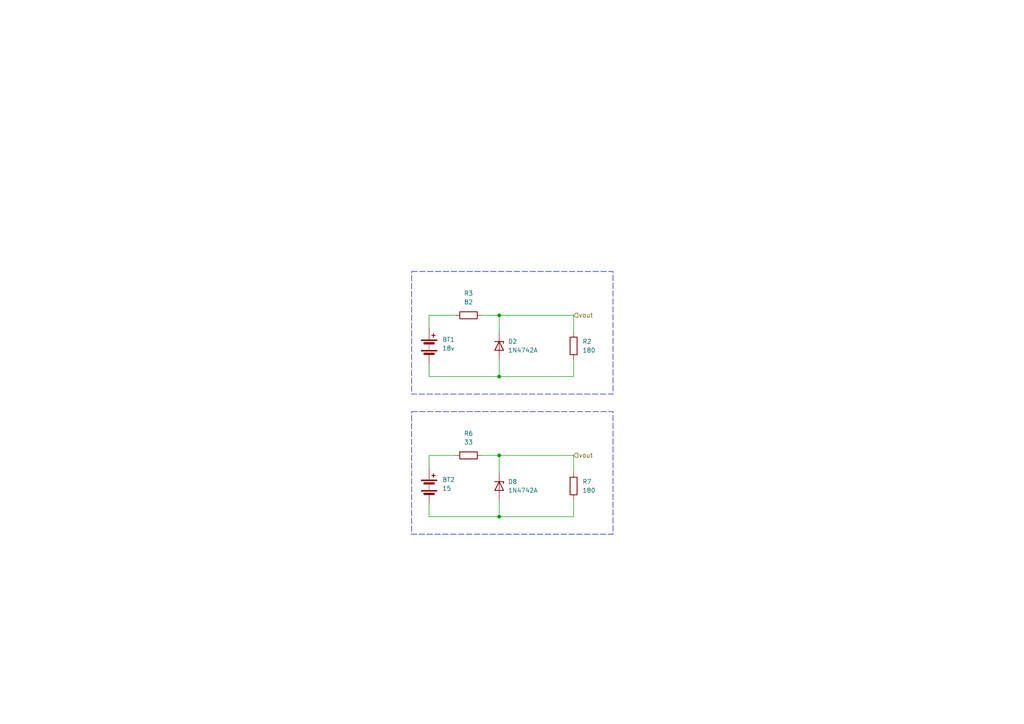
<source format=kicad_sch>
(kicad_sch (version 20230121) (generator eeschema)
  (paper "A4")
  (lib_symbols
    (symbol "Device:Battery" (pin_numbers hide) (pin_names (offset 0) hide)
      (property "Reference" "BT" (at 2.54 2.54 0))
      (property "Value" "Battery" (at 2.54 0 0))
      (symbol "Battery_0_1"
        (rectangle (start -2.286 -1.27) (end 2.286 -1.524) (fill (type outline)))
        (rectangle (start -2.286 1.778) (end 2.286 1.524) (fill (type outline)))
        (rectangle (start -1.524 -2.032) (end 1.524 -2.54) (fill (type outline)))
        (rectangle (start -1.524 1.016) (end 1.524 0.508) (fill (type outline)))
        (polyline (pts (xy 0 -1.016) (xy 0 -0.762)))
        (polyline (pts (xy 0 -0.508) (xy 0 -0.254)))
        (polyline (pts (xy 0 0) (xy 0 0.254)))
        (polyline (pts (xy 0 1.778) (xy 0 2.54)))
        (polyline (pts (xy 0.762 3.048) (xy 1.778 3.048)) (stroke (width 0.254)))
        (polyline (pts (xy 1.27 3.556) (xy 1.27 2.54)) (stroke (width 0.254)))
      )
      (symbol "Battery_1_1"
        (pin passive line (at 0 5.08 270) (length 2.54) (name "+") (number "1"))
        (pin passive line (at 0 -5.08 90) (length 2.54) (name "-") (number "2"))
      )
    )
    (symbol "Device:D_Zener" (pin_numbers hide) (pin_names (offset 1.016) hide)
      (property "Reference" "D" (at 0 2.54 0))
      (property "Value" "D_Zener" (at 0 -2.54 0))
      (symbol "D_Zener_0_1"
        (polyline (pts (xy 1.27 0) (xy -1.27 0)))
        (polyline (pts (xy -1.27 -1.27) (xy -1.27 1.27) (xy -0.762 1.27)) (stroke (width 0.254)))
        (polyline (pts (xy 1.27 -1.27) (xy 1.27 1.27) (xy -1.27 0) (xy 1.27 -1.27)) (stroke (width 0.254)))
      )
      (symbol "D_Zener_1_1"
        (pin passive line (at -3.81 0 0) (length 2.54) (name "K") (number "1"))
        (pin passive line (at 3.81 0 180) (length 2.54) (name "A") (number "2"))
      )
    )
    (symbol "Device:R" (pin_numbers hide) (pin_names (offset 0))
      (property "Reference" "R" (at 2.032 0 90))
      (property "Value" "R" (at 0 0 90))
      (symbol "R_0_1"
        (rectangle (start -1.016 -2.54) (end 1.016 2.54) (stroke (width 0.254)))
      )
      (symbol "R_1_1"
        (pin passive line (at 0 3.81 270) (length 1.27) (name "~") (number "1"))
        (pin passive line (at 0 -3.81 90) (length 1.27) (name "~") (number "2"))
      )
    )
  )
  (junction (at 144.78 91.44))
  (junction (at 144.78 149.86))
  (junction (at 144.78 109.22))
  (junction (at 144.78 132.08))
  (wire (pts (xy 124.46 149.86) (xy 124.46 146.05)))
  (wire (pts (xy 139.7 91.44) (xy 144.78 91.44)))
  (wire (pts (xy 124.46 95.25) (xy 124.46 91.44)))
  (wire (pts (xy 124.46 135.89) (xy 124.46 132.08)))
  (wire (pts (xy 144.78 132.08) (xy 166.37 132.08)))
  (wire (pts (xy 144.78 104.14) (xy 144.78 109.22)))
  (wire (pts (xy 166.37 132.08) (xy 166.37 137.16)))
  (wire (pts (xy 124.46 91.44) (xy 132.08 91.44)))
  (wire (pts (xy 166.37 104.14) (xy 166.37 109.22)))
  (wire (pts (xy 144.78 91.44) (xy 144.78 96.52)))
  (wire (pts (xy 166.37 144.78) (xy 166.37 149.86)))
  (wire (pts (xy 124.46 109.22) (xy 124.46 105.41)))
  (wire (pts (xy 144.78 149.86) (xy 166.37 149.86)))
  (wire (pts (xy 144.78 149.86) (xy 124.46 149.86)))
  (wire (pts (xy 139.7 132.08) (xy 144.78 132.08)))
  (wire (pts (xy 124.46 132.08) (xy 132.08 132.08)))
  (wire (pts (xy 144.78 109.22) (xy 166.37 109.22)))
  (wire (pts (xy 144.78 109.22) (xy 124.46 109.22)))
  (wire (pts (xy 166.37 91.44) (xy 166.37 96.52)))
  (wire (pts (xy 144.78 144.78) (xy 144.78 149.86)))
  (wire (pts (xy 144.78 91.44) (xy 166.37 91.44)))
  (wire (pts (xy 144.78 132.08) (xy 144.78 137.16)))
  (rectangle (start 119.38 78.74) (end 177.8 114.3) (stroke (width 0) (type dash)))
  (rectangle (start 119.38 119.38) (end 177.8 154.94) (stroke (width 0) (type dash)))
  (hierarchical_label "vout" (shape input) (at 166.37 132.08 0))
  (hierarchical_label "vout" (shape input) (at 166.37 91.44 0))
  (symbol (lib_id "Device:D_Zener") (at 144.78 140.97 270) (unit 1)
    (property "Reference" "D8" (at 147.32 139.7 90) (effects (justify left)))
    (property "Value" "1N4742A" (at 147.32 142.24 90) (effects (justify left)))
    (instances (project "Lab04" (path "" (reference "D8") (unit 1)) (path "" (reference "D5") (unit 1))))
  )
  (symbol (lib_id "Device:R") (at 135.89 132.08 90) (unit 1)
    (property "Reference" "R6" (at 135.89 125.73 90))
    (property "Value" "33" (at 135.89 128.27 90))
    (instances (project "Lab04" (path "" (reference "R6") (unit 1)) (path "" (reference "R4") (unit 1))))
  )
  (symbol (lib_id "Device:Battery") (at 124.46 140.97 0) (unit 1)
    (property "Reference" "BT2" (at 128.27 139.1285 0) (effects (justify left)))
    (property "Value" "15" (at 128.27 141.6685 0) (effects (justify left)))
  )
  (symbol (lib_id "Device:R") (at 166.37 140.97 0) (unit 1)
    (property "Reference" "R7" (at 168.91 139.7 0) (effects (justify left)))
    (property "Value" "180" (at 168.91 142.24 0) (effects (justify left)))
    (instances (project "Lab04" (path "" (reference "R7") (unit 1)) (path "" (reference "R5") (unit 1))))
  )
  (symbol (lib_id "Device:Battery") (at 124.46 100.33 0) (unit 1)
    (property "Reference" "BT1" (at 128.27 98.4885 0) (effects (justify left)))
    (property "Value" "18v" (at 128.27 101.0285 0) (effects (justify left)))
    (instances (project "Lab04" (path "" (reference "BT1") (unit 1)) (path "" (reference "BT2") (unit 1))))
  )
  (symbol (lib_id "Device:D_Zener") (at 144.78 100.33 270) (unit 1)
    (property "Reference" "D2" (at 147.32 99.06 90) (effects (justify left)))
    (property "Value" "1N4742A" (at 147.32 101.6 90) (effects (justify left)))
    (instances (project "Lab04" (path "" (reference "D2") (unit 1)) (path "" (reference "D5") (unit 1))))
  )
  (symbol (lib_id "Device:R") (at 166.37 100.33 0) (unit 1)
    (property "Reference" "R2" (at 168.91 99.06 0) (effects (justify left)))
    (property "Value" "180" (at 168.91 101.6 0) (effects (justify left)))
    (instances (project "Lab04" (path "" (reference "R2") (unit 1)) (path "" (reference "R5") (unit 1))))
  )
  (symbol (lib_id "Device:R") (at 135.89 91.44 90) (unit 1)
    (property "Reference" "R3" (at 135.89 85.09 90))
    (property "Value" "82" (at 135.89 87.63 90))
    (instances (project "Lab04" (path "" (reference "R3") (unit 1)) (path "" (reference "R4") (unit 1))))
  )
)
</source>
